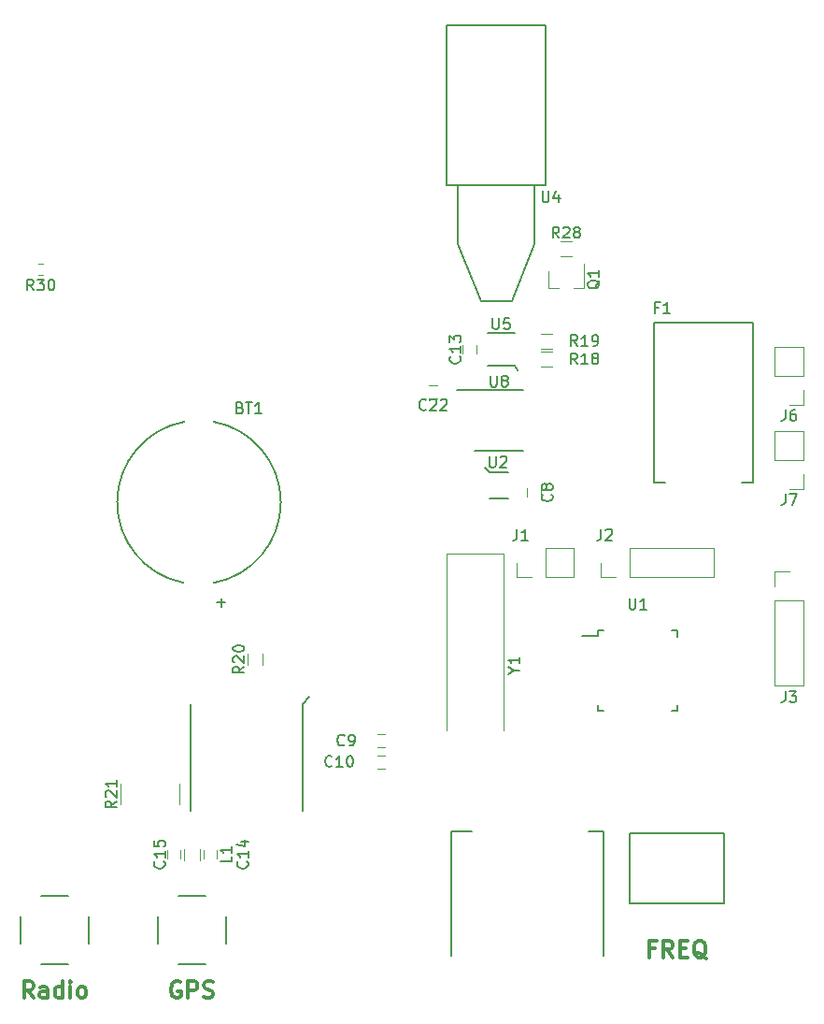
<source format=gbr>
G04 #@! TF.GenerationSoftware,KiCad,Pcbnew,(5.1.5)-3*
G04 #@! TF.CreationDate,2020-03-31T13:56:33-05:00*
G04 #@! TF.ProjectId,control_pcb,636f6e74-726f-46c5-9f70-63622e6b6963,rev?*
G04 #@! TF.SameCoordinates,Original*
G04 #@! TF.FileFunction,Legend,Top*
G04 #@! TF.FilePolarity,Positive*
%FSLAX46Y46*%
G04 Gerber Fmt 4.6, Leading zero omitted, Abs format (unit mm)*
G04 Created by KiCad (PCBNEW (5.1.5)-3) date 2020-03-31 13:56:33*
%MOMM*%
%LPD*%
G04 APERTURE LIST*
%ADD10C,0.300000*%
%ADD11C,0.150000*%
%ADD12C,0.120000*%
%ADD13C,0.127000*%
%ADD14C,0.152400*%
G04 APERTURE END LIST*
D10*
X142272000Y-167405857D02*
X141772000Y-167405857D01*
X141772000Y-168191571D02*
X141772000Y-166691571D01*
X142486285Y-166691571D01*
X143914857Y-168191571D02*
X143414857Y-167477285D01*
X143057714Y-168191571D02*
X143057714Y-166691571D01*
X143629142Y-166691571D01*
X143772000Y-166763000D01*
X143843428Y-166834428D01*
X143914857Y-166977285D01*
X143914857Y-167191571D01*
X143843428Y-167334428D01*
X143772000Y-167405857D01*
X143629142Y-167477285D01*
X143057714Y-167477285D01*
X144557714Y-167405857D02*
X145057714Y-167405857D01*
X145272000Y-168191571D02*
X144557714Y-168191571D01*
X144557714Y-166691571D01*
X145272000Y-166691571D01*
X146914857Y-168334428D02*
X146772000Y-168263000D01*
X146629142Y-168120142D01*
X146414857Y-167905857D01*
X146272000Y-167834428D01*
X146129142Y-167834428D01*
X146200571Y-168191571D02*
X146057714Y-168120142D01*
X145914857Y-167977285D01*
X145843428Y-167691571D01*
X145843428Y-167191571D01*
X145914857Y-166905857D01*
X146057714Y-166763000D01*
X146200571Y-166691571D01*
X146486285Y-166691571D01*
X146629142Y-166763000D01*
X146772000Y-166905857D01*
X146843428Y-167191571D01*
X146843428Y-167691571D01*
X146772000Y-167977285D01*
X146629142Y-168120142D01*
X146486285Y-168191571D01*
X146200571Y-168191571D01*
X99258571Y-170446000D02*
X99115714Y-170374571D01*
X98901428Y-170374571D01*
X98687142Y-170446000D01*
X98544285Y-170588857D01*
X98472857Y-170731714D01*
X98401428Y-171017428D01*
X98401428Y-171231714D01*
X98472857Y-171517428D01*
X98544285Y-171660285D01*
X98687142Y-171803142D01*
X98901428Y-171874571D01*
X99044285Y-171874571D01*
X99258571Y-171803142D01*
X99330000Y-171731714D01*
X99330000Y-171231714D01*
X99044285Y-171231714D01*
X99972857Y-171874571D02*
X99972857Y-170374571D01*
X100544285Y-170374571D01*
X100687142Y-170446000D01*
X100758571Y-170517428D01*
X100830000Y-170660285D01*
X100830000Y-170874571D01*
X100758571Y-171017428D01*
X100687142Y-171088857D01*
X100544285Y-171160285D01*
X99972857Y-171160285D01*
X101401428Y-171803142D02*
X101615714Y-171874571D01*
X101972857Y-171874571D01*
X102115714Y-171803142D01*
X102187142Y-171731714D01*
X102258571Y-171588857D01*
X102258571Y-171446000D01*
X102187142Y-171303142D01*
X102115714Y-171231714D01*
X101972857Y-171160285D01*
X101687142Y-171088857D01*
X101544285Y-171017428D01*
X101472857Y-170946000D01*
X101401428Y-170803142D01*
X101401428Y-170660285D01*
X101472857Y-170517428D01*
X101544285Y-170446000D01*
X101687142Y-170374571D01*
X102044285Y-170374571D01*
X102258571Y-170446000D01*
X85955428Y-171874571D02*
X85455428Y-171160285D01*
X85098285Y-171874571D02*
X85098285Y-170374571D01*
X85669714Y-170374571D01*
X85812571Y-170446000D01*
X85884000Y-170517428D01*
X85955428Y-170660285D01*
X85955428Y-170874571D01*
X85884000Y-171017428D01*
X85812571Y-171088857D01*
X85669714Y-171160285D01*
X85098285Y-171160285D01*
X87241142Y-171874571D02*
X87241142Y-171088857D01*
X87169714Y-170946000D01*
X87026857Y-170874571D01*
X86741142Y-170874571D01*
X86598285Y-170946000D01*
X87241142Y-171803142D02*
X87098285Y-171874571D01*
X86741142Y-171874571D01*
X86598285Y-171803142D01*
X86526857Y-171660285D01*
X86526857Y-171517428D01*
X86598285Y-171374571D01*
X86741142Y-171303142D01*
X87098285Y-171303142D01*
X87241142Y-171231714D01*
X88598285Y-171874571D02*
X88598285Y-170374571D01*
X88598285Y-171803142D02*
X88455428Y-171874571D01*
X88169714Y-171874571D01*
X88026857Y-171803142D01*
X87955428Y-171731714D01*
X87884000Y-171588857D01*
X87884000Y-171160285D01*
X87955428Y-171017428D01*
X88026857Y-170946000D01*
X88169714Y-170874571D01*
X88455428Y-170874571D01*
X88598285Y-170946000D01*
X89312571Y-171874571D02*
X89312571Y-170874571D01*
X89312571Y-170374571D02*
X89241142Y-170446000D01*
X89312571Y-170517428D01*
X89384000Y-170446000D01*
X89312571Y-170374571D01*
X89312571Y-170517428D01*
X90241142Y-171874571D02*
X90098285Y-171803142D01*
X90026857Y-171731714D01*
X89955428Y-171588857D01*
X89955428Y-171160285D01*
X90026857Y-171017428D01*
X90098285Y-170946000D01*
X90241142Y-170874571D01*
X90455428Y-170874571D01*
X90598285Y-170946000D01*
X90669714Y-171017428D01*
X90741142Y-171160285D01*
X90741142Y-171588857D01*
X90669714Y-171731714D01*
X90598285Y-171803142D01*
X90455428Y-171874571D01*
X90241142Y-171874571D01*
D11*
X86684000Y-162635000D02*
X89084000Y-162635000D01*
X90984000Y-164535000D02*
X90984000Y-166935000D01*
X89084000Y-168835000D02*
X86684000Y-168835000D01*
X84784000Y-166935000D02*
X84784000Y-164535000D01*
X99130000Y-162635000D02*
X101530000Y-162635000D01*
X97230000Y-166935000D02*
X97230000Y-164535000D01*
X101530000Y-168835000D02*
X99130000Y-168835000D01*
X103430000Y-164535000D02*
X103430000Y-166935000D01*
X99549730Y-134278531D02*
G75*
G02X99665000Y-119700000I1415270J7278531D01*
G01*
X102265001Y-119700001D02*
G75*
G02X102264999Y-134299999I-1300001J-7299999D01*
G01*
D12*
X131918000Y-125761000D02*
X131918000Y-126461000D01*
X130718000Y-126461000D02*
X130718000Y-125761000D01*
X117125000Y-147990000D02*
X117825000Y-147990000D01*
X117825000Y-149190000D02*
X117125000Y-149190000D01*
X117825000Y-151095000D02*
X117125000Y-151095000D01*
X117125000Y-149895000D02*
X117825000Y-149895000D01*
X126076000Y-112807000D02*
X126076000Y-113507000D01*
X124876000Y-113507000D02*
X124876000Y-112807000D01*
X101381000Y-159227000D02*
X101381000Y-158527000D01*
X102581000Y-158527000D02*
X102581000Y-159227000D01*
X99279000Y-158527000D02*
X99279000Y-159227000D01*
X98079000Y-159227000D02*
X98079000Y-158527000D01*
D11*
X142185000Y-125222000D02*
X142185000Y-110722000D01*
X142185000Y-110722000D02*
X151185000Y-110722000D01*
X151185000Y-110722000D02*
X151185000Y-125222000D01*
X151185000Y-125222000D02*
X150185000Y-125222000D01*
X142185000Y-125222000D02*
X143185000Y-125222000D01*
D12*
X129734000Y-133791000D02*
X129734000Y-132461000D01*
X131064000Y-133791000D02*
X129734000Y-133791000D01*
X132334000Y-133791000D02*
X132334000Y-131131000D01*
X132334000Y-131131000D02*
X134934000Y-131131000D01*
X132334000Y-133791000D02*
X134934000Y-133791000D01*
X134934000Y-133791000D02*
X134934000Y-131131000D01*
X147634000Y-133791000D02*
X147634000Y-131131000D01*
X139954000Y-133791000D02*
X147634000Y-133791000D01*
X139954000Y-131131000D02*
X147634000Y-131131000D01*
X139954000Y-133791000D02*
X139954000Y-131131000D01*
X138684000Y-133791000D02*
X137354000Y-133791000D01*
X137354000Y-133791000D02*
X137354000Y-132461000D01*
X153102000Y-133290000D02*
X154432000Y-133290000D01*
X153102000Y-134620000D02*
X153102000Y-133290000D01*
X153102000Y-135890000D02*
X155762000Y-135890000D01*
X155762000Y-135890000D02*
X155762000Y-143570000D01*
X153102000Y-135890000D02*
X153102000Y-143570000D01*
X153102000Y-143570000D02*
X155762000Y-143570000D01*
D13*
X123842001Y-168045001D02*
X123842001Y-156795001D01*
X137642001Y-156795001D02*
X137642001Y-168045001D01*
X123842001Y-156795001D02*
X125716001Y-156795001D01*
X137642001Y-156795001D02*
X136242001Y-156795001D01*
D12*
X155762000Y-118170000D02*
X154432000Y-118170000D01*
X155762000Y-116840000D02*
X155762000Y-118170000D01*
X155762000Y-115570000D02*
X153102000Y-115570000D01*
X153102000Y-115570000D02*
X153102000Y-112970000D01*
X155762000Y-115570000D02*
X155762000Y-112970000D01*
X155762000Y-112970000D02*
X153102000Y-112970000D01*
X155762000Y-120590000D02*
X153102000Y-120590000D01*
X155762000Y-123190000D02*
X155762000Y-120590000D01*
X153102000Y-123190000D02*
X153102000Y-120590000D01*
X155762000Y-123190000D02*
X153102000Y-123190000D01*
X155762000Y-124460000D02*
X155762000Y-125790000D01*
X155762000Y-125790000D02*
X154432000Y-125790000D01*
X99650000Y-159377000D02*
X99650000Y-158377000D01*
X101010000Y-158377000D02*
X101010000Y-159377000D01*
X131961000Y-113366000D02*
X132961000Y-113366000D01*
X132961000Y-114726000D02*
X131961000Y-114726000D01*
X132961000Y-113075000D02*
X131961000Y-113075000D01*
X131961000Y-111715000D02*
X132961000Y-111715000D01*
X106725000Y-140724000D02*
X106725000Y-141724000D01*
X105365000Y-141724000D02*
X105365000Y-140724000D01*
X99190000Y-152466000D02*
X99190000Y-154366000D01*
X93850000Y-154366000D02*
X93850000Y-152466000D01*
D11*
X137091000Y-139065000D02*
X135716000Y-139065000D01*
X144341000Y-138615000D02*
X143816000Y-138615000D01*
X144341000Y-145865000D02*
X143816000Y-145865000D01*
X137091000Y-145865000D02*
X137616000Y-145865000D01*
X137091000Y-138615000D02*
X137616000Y-138615000D01*
X137091000Y-145865000D02*
X137091000Y-145340000D01*
X144341000Y-145865000D02*
X144341000Y-145340000D01*
X144341000Y-138615000D02*
X144341000Y-139140000D01*
X137091000Y-138615000D02*
X137091000Y-139065000D01*
D14*
X128981200Y-124269500D02*
X127304800Y-124269500D01*
X127304800Y-126682500D02*
X128981200Y-126682500D01*
D11*
X127304800Y-124269500D02*
X126843000Y-123876000D01*
X124392001Y-103587001D02*
X124392001Y-98287001D01*
X124392001Y-98287001D02*
X131392001Y-98287001D01*
X131392001Y-98287001D02*
X131392001Y-103587001D01*
X129292001Y-108787001D02*
X126492001Y-108787001D01*
X131392001Y-103587001D02*
X129292001Y-108787001D01*
X126492001Y-108787001D02*
X124392001Y-103587001D01*
X123392001Y-98287001D02*
X123392001Y-83787001D01*
X123392001Y-83787001D02*
X132392001Y-83787001D01*
X132392001Y-83787001D02*
X132392001Y-98287001D01*
X132392001Y-98287001D02*
X131392001Y-98287001D01*
X124392001Y-98287001D02*
X123392001Y-98287001D01*
X127150000Y-111664001D02*
X129550000Y-111664001D01*
X127150000Y-114664001D02*
X129550000Y-114664001D01*
X129550000Y-114664001D02*
X129850000Y-115064001D01*
D13*
X110346500Y-145264000D02*
X110346500Y-154964000D01*
X100219500Y-145264000D02*
X100219500Y-154964000D01*
D11*
X110346500Y-145264000D02*
X110983000Y-144614000D01*
D12*
X123434000Y-131657000D02*
X123434000Y-147632000D01*
X128534000Y-131657000D02*
X123434000Y-131657000D01*
X128534000Y-147632000D02*
X128534000Y-131657000D01*
X122524000Y-117567000D02*
X121824000Y-117567000D01*
X121824000Y-116367000D02*
X122524000Y-116367000D01*
D11*
X124368000Y-116834000D02*
X130343000Y-116834000D01*
X125943000Y-122359000D02*
X130343000Y-122359000D01*
X139972000Y-156947000D02*
X148572000Y-156947000D01*
X148572000Y-156947000D02*
X148572000Y-163347000D01*
X148572000Y-163347000D02*
X139972000Y-163347000D01*
X139972000Y-163347000D02*
X139972000Y-156947000D01*
D12*
X132659000Y-107567000D02*
X132659000Y-106107000D01*
X135819000Y-107567000D02*
X135819000Y-105407000D01*
X135819000Y-107567000D02*
X134889000Y-107567000D01*
X132659000Y-107567000D02*
X133589000Y-107567000D01*
X133739000Y-103333000D02*
X134739000Y-103333000D01*
X134739000Y-104693000D02*
X133739000Y-104693000D01*
X86785267Y-106428000D02*
X86442733Y-106428000D01*
X86785267Y-105408000D02*
X86442733Y-105408000D01*
D11*
X104679285Y-118428571D02*
X104822142Y-118476190D01*
X104869761Y-118523809D01*
X104917380Y-118619047D01*
X104917380Y-118761904D01*
X104869761Y-118857142D01*
X104822142Y-118904761D01*
X104726904Y-118952380D01*
X104345952Y-118952380D01*
X104345952Y-117952380D01*
X104679285Y-117952380D01*
X104774523Y-118000000D01*
X104822142Y-118047619D01*
X104869761Y-118142857D01*
X104869761Y-118238095D01*
X104822142Y-118333333D01*
X104774523Y-118380952D01*
X104679285Y-118428571D01*
X104345952Y-118428571D01*
X105203095Y-117952380D02*
X105774523Y-117952380D01*
X105488809Y-118952380D02*
X105488809Y-117952380D01*
X106631666Y-118952380D02*
X106060238Y-118952380D01*
X106345952Y-118952380D02*
X106345952Y-117952380D01*
X106250714Y-118095238D01*
X106155476Y-118190476D01*
X106060238Y-118238095D01*
X102584047Y-136071428D02*
X103345952Y-136071428D01*
X102965000Y-136452380D02*
X102965000Y-135690476D01*
X132925142Y-126277666D02*
X132972761Y-126325285D01*
X133020380Y-126468142D01*
X133020380Y-126563380D01*
X132972761Y-126706238D01*
X132877523Y-126801476D01*
X132782285Y-126849095D01*
X132591809Y-126896714D01*
X132448952Y-126896714D01*
X132258476Y-126849095D01*
X132163238Y-126801476D01*
X132068000Y-126706238D01*
X132020380Y-126563380D01*
X132020380Y-126468142D01*
X132068000Y-126325285D01*
X132115619Y-126277666D01*
X132448952Y-125706238D02*
X132401333Y-125801476D01*
X132353714Y-125849095D01*
X132258476Y-125896714D01*
X132210857Y-125896714D01*
X132115619Y-125849095D01*
X132068000Y-125801476D01*
X132020380Y-125706238D01*
X132020380Y-125515761D01*
X132068000Y-125420523D01*
X132115619Y-125372904D01*
X132210857Y-125325285D01*
X132258476Y-125325285D01*
X132353714Y-125372904D01*
X132401333Y-125420523D01*
X132448952Y-125515761D01*
X132448952Y-125706238D01*
X132496571Y-125801476D01*
X132544190Y-125849095D01*
X132639428Y-125896714D01*
X132829904Y-125896714D01*
X132925142Y-125849095D01*
X132972761Y-125801476D01*
X133020380Y-125706238D01*
X133020380Y-125515761D01*
X132972761Y-125420523D01*
X132925142Y-125372904D01*
X132829904Y-125325285D01*
X132639428Y-125325285D01*
X132544190Y-125372904D01*
X132496571Y-125420523D01*
X132448952Y-125515761D01*
X114133333Y-148947142D02*
X114085714Y-148994761D01*
X113942857Y-149042380D01*
X113847619Y-149042380D01*
X113704761Y-148994761D01*
X113609523Y-148899523D01*
X113561904Y-148804285D01*
X113514285Y-148613809D01*
X113514285Y-148470952D01*
X113561904Y-148280476D01*
X113609523Y-148185238D01*
X113704761Y-148090000D01*
X113847619Y-148042380D01*
X113942857Y-148042380D01*
X114085714Y-148090000D01*
X114133333Y-148137619D01*
X114609523Y-149042380D02*
X114800000Y-149042380D01*
X114895238Y-148994761D01*
X114942857Y-148947142D01*
X115038095Y-148804285D01*
X115085714Y-148613809D01*
X115085714Y-148232857D01*
X115038095Y-148137619D01*
X114990476Y-148090000D01*
X114895238Y-148042380D01*
X114704761Y-148042380D01*
X114609523Y-148090000D01*
X114561904Y-148137619D01*
X114514285Y-148232857D01*
X114514285Y-148470952D01*
X114561904Y-148566190D01*
X114609523Y-148613809D01*
X114704761Y-148661428D01*
X114895238Y-148661428D01*
X114990476Y-148613809D01*
X115038095Y-148566190D01*
X115085714Y-148470952D01*
X113022142Y-150852142D02*
X112974523Y-150899761D01*
X112831666Y-150947380D01*
X112736428Y-150947380D01*
X112593571Y-150899761D01*
X112498333Y-150804523D01*
X112450714Y-150709285D01*
X112403095Y-150518809D01*
X112403095Y-150375952D01*
X112450714Y-150185476D01*
X112498333Y-150090238D01*
X112593571Y-149995000D01*
X112736428Y-149947380D01*
X112831666Y-149947380D01*
X112974523Y-149995000D01*
X113022142Y-150042619D01*
X113974523Y-150947380D02*
X113403095Y-150947380D01*
X113688809Y-150947380D02*
X113688809Y-149947380D01*
X113593571Y-150090238D01*
X113498333Y-150185476D01*
X113403095Y-150233095D01*
X114593571Y-149947380D02*
X114688809Y-149947380D01*
X114784047Y-149995000D01*
X114831666Y-150042619D01*
X114879285Y-150137857D01*
X114926904Y-150328333D01*
X114926904Y-150566428D01*
X114879285Y-150756904D01*
X114831666Y-150852142D01*
X114784047Y-150899761D01*
X114688809Y-150947380D01*
X114593571Y-150947380D01*
X114498333Y-150899761D01*
X114450714Y-150852142D01*
X114403095Y-150756904D01*
X114355476Y-150566428D01*
X114355476Y-150328333D01*
X114403095Y-150137857D01*
X114450714Y-150042619D01*
X114498333Y-149995000D01*
X114593571Y-149947380D01*
X124583142Y-113799857D02*
X124630761Y-113847476D01*
X124678380Y-113990333D01*
X124678380Y-114085571D01*
X124630761Y-114228428D01*
X124535523Y-114323666D01*
X124440285Y-114371285D01*
X124249809Y-114418904D01*
X124106952Y-114418904D01*
X123916476Y-114371285D01*
X123821238Y-114323666D01*
X123726000Y-114228428D01*
X123678380Y-114085571D01*
X123678380Y-113990333D01*
X123726000Y-113847476D01*
X123773619Y-113799857D01*
X124678380Y-112847476D02*
X124678380Y-113418904D01*
X124678380Y-113133190D02*
X123678380Y-113133190D01*
X123821238Y-113228428D01*
X123916476Y-113323666D01*
X123964095Y-113418904D01*
X123678380Y-112514142D02*
X123678380Y-111895095D01*
X124059333Y-112228428D01*
X124059333Y-112085571D01*
X124106952Y-111990333D01*
X124154571Y-111942714D01*
X124249809Y-111895095D01*
X124487904Y-111895095D01*
X124583142Y-111942714D01*
X124630761Y-111990333D01*
X124678380Y-112085571D01*
X124678380Y-112371285D01*
X124630761Y-112466523D01*
X124583142Y-112514142D01*
X105322642Y-159519857D02*
X105370261Y-159567476D01*
X105417880Y-159710333D01*
X105417880Y-159805571D01*
X105370261Y-159948428D01*
X105275023Y-160043666D01*
X105179785Y-160091285D01*
X104989309Y-160138904D01*
X104846452Y-160138904D01*
X104655976Y-160091285D01*
X104560738Y-160043666D01*
X104465500Y-159948428D01*
X104417880Y-159805571D01*
X104417880Y-159710333D01*
X104465500Y-159567476D01*
X104513119Y-159519857D01*
X105417880Y-158567476D02*
X105417880Y-159138904D01*
X105417880Y-158853190D02*
X104417880Y-158853190D01*
X104560738Y-158948428D01*
X104655976Y-159043666D01*
X104703595Y-159138904D01*
X104751214Y-157710333D02*
X105417880Y-157710333D01*
X104370261Y-157948428D02*
X105084547Y-158186523D01*
X105084547Y-157567476D01*
X97786142Y-159519857D02*
X97833761Y-159567476D01*
X97881380Y-159710333D01*
X97881380Y-159805571D01*
X97833761Y-159948428D01*
X97738523Y-160043666D01*
X97643285Y-160091285D01*
X97452809Y-160138904D01*
X97309952Y-160138904D01*
X97119476Y-160091285D01*
X97024238Y-160043666D01*
X96929000Y-159948428D01*
X96881380Y-159805571D01*
X96881380Y-159710333D01*
X96929000Y-159567476D01*
X96976619Y-159519857D01*
X97881380Y-158567476D02*
X97881380Y-159138904D01*
X97881380Y-158853190D02*
X96881380Y-158853190D01*
X97024238Y-158948428D01*
X97119476Y-159043666D01*
X97167095Y-159138904D01*
X96881380Y-157662714D02*
X96881380Y-158138904D01*
X97357571Y-158186523D01*
X97309952Y-158138904D01*
X97262333Y-158043666D01*
X97262333Y-157805571D01*
X97309952Y-157710333D01*
X97357571Y-157662714D01*
X97452809Y-157615095D01*
X97690904Y-157615095D01*
X97786142Y-157662714D01*
X97833761Y-157710333D01*
X97881380Y-157805571D01*
X97881380Y-158043666D01*
X97833761Y-158138904D01*
X97786142Y-158186523D01*
X142605166Y-109339071D02*
X142271833Y-109339071D01*
X142271833Y-109862880D02*
X142271833Y-108862880D01*
X142748023Y-108862880D01*
X143652785Y-109862880D02*
X143081357Y-109862880D01*
X143367071Y-109862880D02*
X143367071Y-108862880D01*
X143271833Y-109005738D01*
X143176595Y-109100976D01*
X143081357Y-109148595D01*
X129778166Y-129436880D02*
X129778166Y-130151166D01*
X129730547Y-130294023D01*
X129635309Y-130389261D01*
X129492452Y-130436880D01*
X129397214Y-130436880D01*
X130778166Y-130436880D02*
X130206738Y-130436880D01*
X130492452Y-130436880D02*
X130492452Y-129436880D01*
X130397214Y-129579738D01*
X130301976Y-129674976D01*
X130206738Y-129722595D01*
X137398166Y-129436880D02*
X137398166Y-130151166D01*
X137350547Y-130294023D01*
X137255309Y-130389261D01*
X137112452Y-130436880D01*
X137017214Y-130436880D01*
X137826738Y-129532119D02*
X137874357Y-129484500D01*
X137969595Y-129436880D01*
X138207690Y-129436880D01*
X138302928Y-129484500D01*
X138350547Y-129532119D01*
X138398166Y-129627357D01*
X138398166Y-129722595D01*
X138350547Y-129865452D01*
X137779119Y-130436880D01*
X138398166Y-130436880D01*
X154098666Y-144105380D02*
X154098666Y-144819666D01*
X154051047Y-144962523D01*
X153955809Y-145057761D01*
X153812952Y-145105380D01*
X153717714Y-145105380D01*
X154479619Y-144105380D02*
X155098666Y-144105380D01*
X154765333Y-144486333D01*
X154908190Y-144486333D01*
X155003428Y-144533952D01*
X155051047Y-144581571D01*
X155098666Y-144676809D01*
X155098666Y-144914904D01*
X155051047Y-145010142D01*
X155003428Y-145057761D01*
X154908190Y-145105380D01*
X154622476Y-145105380D01*
X154527238Y-145057761D01*
X154479619Y-145010142D01*
X154098666Y-118622380D02*
X154098666Y-119336666D01*
X154051047Y-119479523D01*
X153955809Y-119574761D01*
X153812952Y-119622380D01*
X153717714Y-119622380D01*
X155003428Y-118622380D02*
X154812952Y-118622380D01*
X154717714Y-118670000D01*
X154670095Y-118717619D01*
X154574857Y-118860476D01*
X154527238Y-119050952D01*
X154527238Y-119431904D01*
X154574857Y-119527142D01*
X154622476Y-119574761D01*
X154717714Y-119622380D01*
X154908190Y-119622380D01*
X155003428Y-119574761D01*
X155051047Y-119527142D01*
X155098666Y-119431904D01*
X155098666Y-119193809D01*
X155051047Y-119098571D01*
X155003428Y-119050952D01*
X154908190Y-119003333D01*
X154717714Y-119003333D01*
X154622476Y-119050952D01*
X154574857Y-119098571D01*
X154527238Y-119193809D01*
X154098666Y-126242380D02*
X154098666Y-126956666D01*
X154051047Y-127099523D01*
X153955809Y-127194761D01*
X153812952Y-127242380D01*
X153717714Y-127242380D01*
X154479619Y-126242380D02*
X155146285Y-126242380D01*
X154717714Y-127242380D01*
X103893880Y-159043666D02*
X103893880Y-159519857D01*
X102893880Y-159519857D01*
X103893880Y-158186523D02*
X103893880Y-158757952D01*
X103893880Y-158472238D02*
X102893880Y-158472238D01*
X103036738Y-158567476D01*
X103131976Y-158662714D01*
X103179595Y-158757952D01*
X135247142Y-114498380D02*
X134913809Y-114022190D01*
X134675714Y-114498380D02*
X134675714Y-113498380D01*
X135056666Y-113498380D01*
X135151904Y-113546000D01*
X135199523Y-113593619D01*
X135247142Y-113688857D01*
X135247142Y-113831714D01*
X135199523Y-113926952D01*
X135151904Y-113974571D01*
X135056666Y-114022190D01*
X134675714Y-114022190D01*
X136199523Y-114498380D02*
X135628095Y-114498380D01*
X135913809Y-114498380D02*
X135913809Y-113498380D01*
X135818571Y-113641238D01*
X135723333Y-113736476D01*
X135628095Y-113784095D01*
X136770952Y-113926952D02*
X136675714Y-113879333D01*
X136628095Y-113831714D01*
X136580476Y-113736476D01*
X136580476Y-113688857D01*
X136628095Y-113593619D01*
X136675714Y-113546000D01*
X136770952Y-113498380D01*
X136961428Y-113498380D01*
X137056666Y-113546000D01*
X137104285Y-113593619D01*
X137151904Y-113688857D01*
X137151904Y-113736476D01*
X137104285Y-113831714D01*
X137056666Y-113879333D01*
X136961428Y-113926952D01*
X136770952Y-113926952D01*
X136675714Y-113974571D01*
X136628095Y-114022190D01*
X136580476Y-114117428D01*
X136580476Y-114307904D01*
X136628095Y-114403142D01*
X136675714Y-114450761D01*
X136770952Y-114498380D01*
X136961428Y-114498380D01*
X137056666Y-114450761D01*
X137104285Y-114403142D01*
X137151904Y-114307904D01*
X137151904Y-114117428D01*
X137104285Y-114022190D01*
X137056666Y-113974571D01*
X136961428Y-113926952D01*
X135247142Y-112847380D02*
X134913809Y-112371190D01*
X134675714Y-112847380D02*
X134675714Y-111847380D01*
X135056666Y-111847380D01*
X135151904Y-111895000D01*
X135199523Y-111942619D01*
X135247142Y-112037857D01*
X135247142Y-112180714D01*
X135199523Y-112275952D01*
X135151904Y-112323571D01*
X135056666Y-112371190D01*
X134675714Y-112371190D01*
X136199523Y-112847380D02*
X135628095Y-112847380D01*
X135913809Y-112847380D02*
X135913809Y-111847380D01*
X135818571Y-111990238D01*
X135723333Y-112085476D01*
X135628095Y-112133095D01*
X136675714Y-112847380D02*
X136866190Y-112847380D01*
X136961428Y-112799761D01*
X137009047Y-112752142D01*
X137104285Y-112609285D01*
X137151904Y-112418809D01*
X137151904Y-112037857D01*
X137104285Y-111942619D01*
X137056666Y-111895000D01*
X136961428Y-111847380D01*
X136770952Y-111847380D01*
X136675714Y-111895000D01*
X136628095Y-111942619D01*
X136580476Y-112037857D01*
X136580476Y-112275952D01*
X136628095Y-112371190D01*
X136675714Y-112418809D01*
X136770952Y-112466428D01*
X136961428Y-112466428D01*
X137056666Y-112418809D01*
X137104285Y-112371190D01*
X137151904Y-112275952D01*
X105047380Y-141866857D02*
X104571190Y-142200190D01*
X105047380Y-142438285D02*
X104047380Y-142438285D01*
X104047380Y-142057333D01*
X104095000Y-141962095D01*
X104142619Y-141914476D01*
X104237857Y-141866857D01*
X104380714Y-141866857D01*
X104475952Y-141914476D01*
X104523571Y-141962095D01*
X104571190Y-142057333D01*
X104571190Y-142438285D01*
X104142619Y-141485904D02*
X104095000Y-141438285D01*
X104047380Y-141343047D01*
X104047380Y-141104952D01*
X104095000Y-141009714D01*
X104142619Y-140962095D01*
X104237857Y-140914476D01*
X104333095Y-140914476D01*
X104475952Y-140962095D01*
X105047380Y-141533523D01*
X105047380Y-140914476D01*
X104047380Y-140295428D02*
X104047380Y-140200190D01*
X104095000Y-140104952D01*
X104142619Y-140057333D01*
X104237857Y-140009714D01*
X104428333Y-139962095D01*
X104666428Y-139962095D01*
X104856904Y-140009714D01*
X104952142Y-140057333D01*
X104999761Y-140104952D01*
X105047380Y-140200190D01*
X105047380Y-140295428D01*
X104999761Y-140390666D01*
X104952142Y-140438285D01*
X104856904Y-140485904D01*
X104666428Y-140533523D01*
X104428333Y-140533523D01*
X104237857Y-140485904D01*
X104142619Y-140438285D01*
X104095000Y-140390666D01*
X104047380Y-140295428D01*
X93479880Y-154058857D02*
X93003690Y-154392190D01*
X93479880Y-154630285D02*
X92479880Y-154630285D01*
X92479880Y-154249333D01*
X92527500Y-154154095D01*
X92575119Y-154106476D01*
X92670357Y-154058857D01*
X92813214Y-154058857D01*
X92908452Y-154106476D01*
X92956071Y-154154095D01*
X93003690Y-154249333D01*
X93003690Y-154630285D01*
X92575119Y-153677904D02*
X92527500Y-153630285D01*
X92479880Y-153535047D01*
X92479880Y-153296952D01*
X92527500Y-153201714D01*
X92575119Y-153154095D01*
X92670357Y-153106476D01*
X92765595Y-153106476D01*
X92908452Y-153154095D01*
X93479880Y-153725523D01*
X93479880Y-153106476D01*
X93479880Y-152154095D02*
X93479880Y-152725523D01*
X93479880Y-152439809D02*
X92479880Y-152439809D01*
X92622738Y-152535047D01*
X92717976Y-152630285D01*
X92765595Y-152725523D01*
X139954095Y-135692380D02*
X139954095Y-136501904D01*
X140001714Y-136597142D01*
X140049333Y-136644761D01*
X140144571Y-136692380D01*
X140335047Y-136692380D01*
X140430285Y-136644761D01*
X140477904Y-136597142D01*
X140525523Y-136501904D01*
X140525523Y-135692380D01*
X141525523Y-136692380D02*
X140954095Y-136692380D01*
X141239809Y-136692380D02*
X141239809Y-135692380D01*
X141144571Y-135835238D01*
X141049333Y-135930476D01*
X140954095Y-135978095D01*
X127281095Y-122828380D02*
X127281095Y-123637904D01*
X127328714Y-123733142D01*
X127376333Y-123780761D01*
X127471571Y-123828380D01*
X127662047Y-123828380D01*
X127757285Y-123780761D01*
X127804904Y-123733142D01*
X127852523Y-123637904D01*
X127852523Y-122828380D01*
X128281095Y-122923619D02*
X128328714Y-122876000D01*
X128423952Y-122828380D01*
X128662047Y-122828380D01*
X128757285Y-122876000D01*
X128804904Y-122923619D01*
X128852523Y-123018857D01*
X128852523Y-123114095D01*
X128804904Y-123256952D01*
X128233476Y-123828380D01*
X128852523Y-123828380D01*
X132080095Y-98829880D02*
X132080095Y-99639404D01*
X132127714Y-99734642D01*
X132175333Y-99782261D01*
X132270571Y-99829880D01*
X132461047Y-99829880D01*
X132556285Y-99782261D01*
X132603904Y-99734642D01*
X132651523Y-99639404D01*
X132651523Y-98829880D01*
X133556285Y-99163214D02*
X133556285Y-99829880D01*
X133318190Y-98782261D02*
X133080095Y-99496547D01*
X133699142Y-99496547D01*
X127571595Y-110323380D02*
X127571595Y-111132904D01*
X127619214Y-111228142D01*
X127666833Y-111275761D01*
X127762071Y-111323380D01*
X127952547Y-111323380D01*
X128047785Y-111275761D01*
X128095404Y-111228142D01*
X128143023Y-111132904D01*
X128143023Y-110323380D01*
X129095404Y-110323380D02*
X128619214Y-110323380D01*
X128571595Y-110799571D01*
X128619214Y-110751952D01*
X128714452Y-110704333D01*
X128952547Y-110704333D01*
X129047785Y-110751952D01*
X129095404Y-110799571D01*
X129143023Y-110894809D01*
X129143023Y-111132904D01*
X129095404Y-111228142D01*
X129047785Y-111275761D01*
X128952547Y-111323380D01*
X128714452Y-111323380D01*
X128619214Y-111275761D01*
X128571595Y-111228142D01*
X129510190Y-142208190D02*
X129986380Y-142208190D01*
X128986380Y-142541523D02*
X129510190Y-142208190D01*
X128986380Y-141874857D01*
X129986380Y-141017714D02*
X129986380Y-141589142D01*
X129986380Y-141303428D02*
X128986380Y-141303428D01*
X129129238Y-141398666D01*
X129224476Y-141493904D01*
X129272095Y-141589142D01*
X121531142Y-118574142D02*
X121483523Y-118621761D01*
X121340666Y-118669380D01*
X121245428Y-118669380D01*
X121102571Y-118621761D01*
X121007333Y-118526523D01*
X120959714Y-118431285D01*
X120912095Y-118240809D01*
X120912095Y-118097952D01*
X120959714Y-117907476D01*
X121007333Y-117812238D01*
X121102571Y-117717000D01*
X121245428Y-117669380D01*
X121340666Y-117669380D01*
X121483523Y-117717000D01*
X121531142Y-117764619D01*
X121912095Y-117764619D02*
X121959714Y-117717000D01*
X122054952Y-117669380D01*
X122293047Y-117669380D01*
X122388285Y-117717000D01*
X122435904Y-117764619D01*
X122483523Y-117859857D01*
X122483523Y-117955095D01*
X122435904Y-118097952D01*
X121864476Y-118669380D01*
X122483523Y-118669380D01*
X122864476Y-117764619D02*
X122912095Y-117717000D01*
X123007333Y-117669380D01*
X123245428Y-117669380D01*
X123340666Y-117717000D01*
X123388285Y-117764619D01*
X123435904Y-117859857D01*
X123435904Y-117955095D01*
X123388285Y-118097952D01*
X122816857Y-118669380D01*
X123435904Y-118669380D01*
X127381095Y-115536380D02*
X127381095Y-116345904D01*
X127428714Y-116441142D01*
X127476333Y-116488761D01*
X127571571Y-116536380D01*
X127762047Y-116536380D01*
X127857285Y-116488761D01*
X127904904Y-116441142D01*
X127952523Y-116345904D01*
X127952523Y-115536380D01*
X128571571Y-115964952D02*
X128476333Y-115917333D01*
X128428714Y-115869714D01*
X128381095Y-115774476D01*
X128381095Y-115726857D01*
X128428714Y-115631619D01*
X128476333Y-115584000D01*
X128571571Y-115536380D01*
X128762047Y-115536380D01*
X128857285Y-115584000D01*
X128904904Y-115631619D01*
X128952523Y-115726857D01*
X128952523Y-115774476D01*
X128904904Y-115869714D01*
X128857285Y-115917333D01*
X128762047Y-115964952D01*
X128571571Y-115964952D01*
X128476333Y-116012571D01*
X128428714Y-116060190D01*
X128381095Y-116155428D01*
X128381095Y-116345904D01*
X128428714Y-116441142D01*
X128476333Y-116488761D01*
X128571571Y-116536380D01*
X128762047Y-116536380D01*
X128857285Y-116488761D01*
X128904904Y-116441142D01*
X128952523Y-116345904D01*
X128952523Y-116155428D01*
X128904904Y-116060190D01*
X128857285Y-116012571D01*
X128762047Y-115964952D01*
X137286619Y-106902238D02*
X137239000Y-106997476D01*
X137143761Y-107092714D01*
X137000904Y-107235571D01*
X136953285Y-107330809D01*
X136953285Y-107426047D01*
X137191380Y-107378428D02*
X137143761Y-107473666D01*
X137048523Y-107568904D01*
X136858047Y-107616523D01*
X136524714Y-107616523D01*
X136334238Y-107568904D01*
X136239000Y-107473666D01*
X136191380Y-107378428D01*
X136191380Y-107187952D01*
X136239000Y-107092714D01*
X136334238Y-106997476D01*
X136524714Y-106949857D01*
X136858047Y-106949857D01*
X137048523Y-106997476D01*
X137143761Y-107092714D01*
X137191380Y-107187952D01*
X137191380Y-107378428D01*
X137191380Y-105997476D02*
X137191380Y-106568904D01*
X137191380Y-106283190D02*
X136191380Y-106283190D01*
X136334238Y-106378428D01*
X136429476Y-106473666D01*
X136477095Y-106568904D01*
X133596142Y-103068380D02*
X133262809Y-102592190D01*
X133024714Y-103068380D02*
X133024714Y-102068380D01*
X133405666Y-102068380D01*
X133500904Y-102116000D01*
X133548523Y-102163619D01*
X133596142Y-102258857D01*
X133596142Y-102401714D01*
X133548523Y-102496952D01*
X133500904Y-102544571D01*
X133405666Y-102592190D01*
X133024714Y-102592190D01*
X133977095Y-102163619D02*
X134024714Y-102116000D01*
X134119952Y-102068380D01*
X134358047Y-102068380D01*
X134453285Y-102116000D01*
X134500904Y-102163619D01*
X134548523Y-102258857D01*
X134548523Y-102354095D01*
X134500904Y-102496952D01*
X133929476Y-103068380D01*
X134548523Y-103068380D01*
X135119952Y-102496952D02*
X135024714Y-102449333D01*
X134977095Y-102401714D01*
X134929476Y-102306476D01*
X134929476Y-102258857D01*
X134977095Y-102163619D01*
X135024714Y-102116000D01*
X135119952Y-102068380D01*
X135310428Y-102068380D01*
X135405666Y-102116000D01*
X135453285Y-102163619D01*
X135500904Y-102258857D01*
X135500904Y-102306476D01*
X135453285Y-102401714D01*
X135405666Y-102449333D01*
X135310428Y-102496952D01*
X135119952Y-102496952D01*
X135024714Y-102544571D01*
X134977095Y-102592190D01*
X134929476Y-102687428D01*
X134929476Y-102877904D01*
X134977095Y-102973142D01*
X135024714Y-103020761D01*
X135119952Y-103068380D01*
X135310428Y-103068380D01*
X135405666Y-103020761D01*
X135453285Y-102973142D01*
X135500904Y-102877904D01*
X135500904Y-102687428D01*
X135453285Y-102592190D01*
X135405666Y-102544571D01*
X135310428Y-102496952D01*
X85971142Y-107800380D02*
X85637809Y-107324190D01*
X85399714Y-107800380D02*
X85399714Y-106800380D01*
X85780666Y-106800380D01*
X85875904Y-106848000D01*
X85923523Y-106895619D01*
X85971142Y-106990857D01*
X85971142Y-107133714D01*
X85923523Y-107228952D01*
X85875904Y-107276571D01*
X85780666Y-107324190D01*
X85399714Y-107324190D01*
X86304476Y-106800380D02*
X86923523Y-106800380D01*
X86590190Y-107181333D01*
X86733047Y-107181333D01*
X86828285Y-107228952D01*
X86875904Y-107276571D01*
X86923523Y-107371809D01*
X86923523Y-107609904D01*
X86875904Y-107705142D01*
X86828285Y-107752761D01*
X86733047Y-107800380D01*
X86447333Y-107800380D01*
X86352095Y-107752761D01*
X86304476Y-107705142D01*
X87542571Y-106800380D02*
X87637809Y-106800380D01*
X87733047Y-106848000D01*
X87780666Y-106895619D01*
X87828285Y-106990857D01*
X87875904Y-107181333D01*
X87875904Y-107419428D01*
X87828285Y-107609904D01*
X87780666Y-107705142D01*
X87733047Y-107752761D01*
X87637809Y-107800380D01*
X87542571Y-107800380D01*
X87447333Y-107752761D01*
X87399714Y-107705142D01*
X87352095Y-107609904D01*
X87304476Y-107419428D01*
X87304476Y-107181333D01*
X87352095Y-106990857D01*
X87399714Y-106895619D01*
X87447333Y-106848000D01*
X87542571Y-106800380D01*
M02*

</source>
